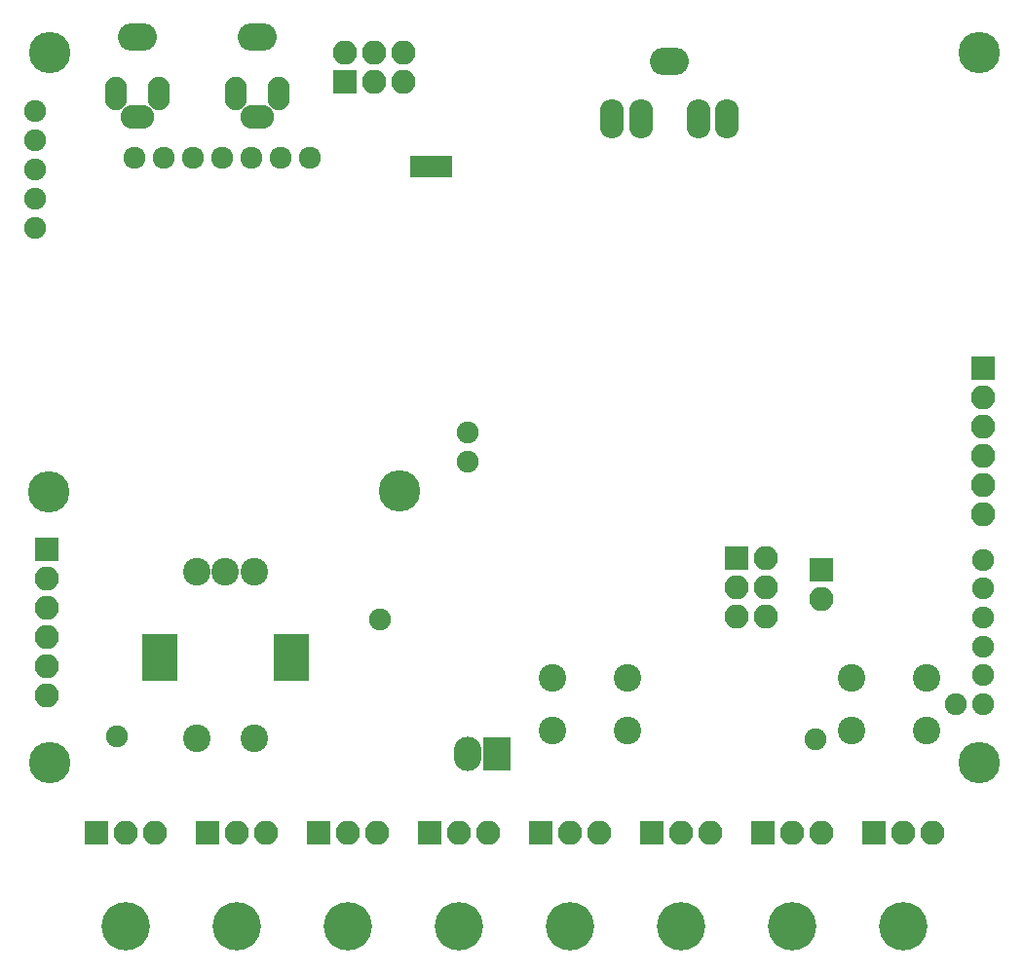
<source format=gbs>
%TF.GenerationSoftware,KiCad,Pcbnew,4.0.7*%
%TF.CreationDate,2018-03-16T18:08:22+01:00*%
%TF.ProjectId,Synkino,53796E6B696E6F2E6B696361645F7063,rev?*%
%TF.FileFunction,Soldermask,Bot*%
%FSLAX46Y46*%
G04 Gerber Fmt 4.6, Leading zero omitted, Abs format (unit mm)*
G04 Created by KiCad (PCBNEW 4.0.7) date 2018 March 16, Friday 18:08:22*
%MOMM*%
%LPD*%
G01*
G04 APERTURE LIST*
%ADD10C,0.100000*%
%ADD11C,1.900000*%
%ADD12C,3.600000*%
%ADD13C,4.200000*%
%ADD14C,2.400000*%
%ADD15R,2.400000X3.000000*%
%ADD16O,2.400000X3.000000*%
%ADD17O,2.100000X3.400000*%
%ADD18O,3.400000X2.400000*%
%ADD19R,3.100000X4.100000*%
%ADD20R,2.100000X2.100000*%
%ADD21O,2.100000X2.100000*%
%ADD22C,1.924000*%
%ADD23O,1.900000X2.900000*%
%ADD24O,2.900000X2.100000*%
%ADD25R,1.900000X1.900000*%
G04 APERTURE END LIST*
D10*
D11*
X154178000Y-98552000D03*
X104140000Y-91186000D03*
X141986000Y-101600000D03*
D12*
X75311000Y-80073500D03*
D13*
X149606000Y-117856000D03*
X139954000Y-117856000D03*
X130302000Y-117856000D03*
X120650000Y-117856000D03*
X110998000Y-117856000D03*
X101346000Y-117856000D03*
X91694000Y-117856000D03*
D12*
X105791000Y-80010000D03*
D14*
X151638000Y-96266000D03*
X151638000Y-100766000D03*
X145138000Y-96266000D03*
X145138000Y-100766000D03*
D12*
X156210000Y-103632000D03*
X75438000Y-103632000D03*
X75438000Y-41910000D03*
D15*
X114300000Y-102870000D03*
D16*
X111760000Y-102870000D03*
D17*
X131786000Y-47625000D03*
X134286000Y-47625000D03*
X126786000Y-47625000D03*
X124286000Y-47625000D03*
D18*
X129286000Y-42625000D03*
D14*
X119126000Y-100766000D03*
X119126000Y-96266000D03*
X125626000Y-100766000D03*
X125626000Y-96266000D03*
X93178000Y-101488000D03*
X93178000Y-86988000D03*
X90678000Y-86988000D03*
X88178000Y-86988000D03*
D19*
X96378000Y-94488000D03*
X84978000Y-94488000D03*
D14*
X88178000Y-101488000D03*
D20*
X75184000Y-85090000D03*
D21*
X75184000Y-87630000D03*
X75184000Y-90170000D03*
X75184000Y-92710000D03*
X75184000Y-95250000D03*
X75184000Y-97790000D03*
D20*
X101092000Y-44450000D03*
D21*
X101092000Y-41910000D03*
X103632000Y-44450000D03*
X103632000Y-41910000D03*
X106172000Y-44450000D03*
X106172000Y-41910000D03*
D20*
X156524000Y-69325000D03*
D21*
X156524000Y-71865000D03*
X156524000Y-74405000D03*
X156524000Y-76945000D03*
X156524000Y-79485000D03*
X156524000Y-82025000D03*
D11*
X156524000Y-85983000D03*
X156524000Y-88483000D03*
X156524000Y-90983000D03*
X156524000Y-93483000D03*
X156524000Y-95983000D03*
X156524000Y-98483000D03*
X74168000Y-49530000D03*
X74168000Y-52070000D03*
X74168000Y-54610000D03*
X74168000Y-57150000D03*
X74168000Y-46990000D03*
D12*
X156210000Y-41910000D03*
D20*
X142494000Y-86868000D03*
D21*
X142494000Y-89408000D03*
D20*
X135128000Y-85852000D03*
D21*
X137668000Y-85852000D03*
X135128000Y-88392000D03*
X137668000Y-88392000D03*
X135128000Y-90932000D03*
X137668000Y-90932000D03*
D22*
X82804000Y-51054000D03*
X85344000Y-51054000D03*
X87884000Y-51054000D03*
X90424000Y-51054000D03*
X92964000Y-51054000D03*
X95504000Y-51054000D03*
X98044000Y-51054000D03*
D20*
X79502000Y-109728000D03*
D21*
X82042000Y-109728000D03*
X84582000Y-109728000D03*
D20*
X89154000Y-109728000D03*
D21*
X91694000Y-109728000D03*
X94234000Y-109728000D03*
D20*
X98806000Y-109728000D03*
D21*
X101346000Y-109728000D03*
X103886000Y-109728000D03*
D20*
X108458000Y-109728000D03*
D21*
X110998000Y-109728000D03*
X113538000Y-109728000D03*
D20*
X118110000Y-109728000D03*
D21*
X120650000Y-109728000D03*
X123190000Y-109728000D03*
D20*
X127762000Y-109728000D03*
D21*
X130302000Y-109728000D03*
X132842000Y-109728000D03*
D20*
X137414000Y-109728000D03*
D21*
X139954000Y-109728000D03*
X142494000Y-109728000D03*
D20*
X147066000Y-109728000D03*
D21*
X149606000Y-109728000D03*
X152146000Y-109728000D03*
D23*
X95322000Y-45426000D03*
X91622000Y-45426000D03*
D24*
X93472000Y-47426000D03*
D18*
X93472000Y-40526000D03*
D23*
X84908000Y-45426000D03*
X81208000Y-45426000D03*
D24*
X83058000Y-47426000D03*
D18*
X83058000Y-40526000D03*
D13*
X82042000Y-117856000D03*
D11*
X81280000Y-101346000D03*
X111760000Y-77470000D03*
X111760000Y-74930000D03*
D25*
X107696000Y-51816000D03*
X109474000Y-51816000D03*
M02*

</source>
